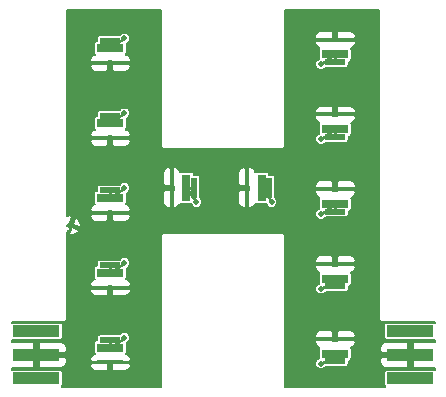
<source format=gtl>
G04 #@! TF.FileFunction,Copper,L1,Top,Signal*
%FSLAX46Y46*%
G04 Gerber Fmt 4.6, Leading zero omitted, Abs format (unit mm)*
G04 Created by KiCad (PCBNEW 4.0.0-rc2-stable) date 3/3/2016 4:04:38 PM*
%MOMM*%
G01*
G04 APERTURE LIST*
%ADD10C,0.150000*%
%ADD11R,1.800000X0.500000*%
%ADD12R,2.300000X0.320000*%
%ADD13R,2.300000X0.800000*%
%ADD14C,0.500000*%
%ADD15R,0.500000X1.800000*%
%ADD16R,0.320000X2.300000*%
%ADD17R,0.800000X2.300000*%
%ADD18R,4.000000X1.000000*%
%ADD19C,0.600000*%
%ADD20C,0.254000*%
%ADD21C,0.152400*%
G04 APERTURE END LIST*
D10*
D11*
X55269380Y-21595544D03*
D12*
X55269380Y-23495544D03*
D13*
X55269380Y-22245544D03*
D14*
X56469380Y-21395544D03*
D11*
X55269380Y-27931009D03*
D12*
X55269380Y-29831009D03*
D13*
X55269380Y-28581009D03*
D14*
X56469380Y-27731009D03*
D11*
X55269380Y-34266473D03*
D12*
X55269380Y-36166473D03*
D13*
X55269380Y-34916473D03*
D14*
X56469380Y-34066473D03*
D11*
X55269380Y-40601938D03*
D12*
X55269380Y-42501938D03*
D13*
X55269380Y-41251938D03*
D14*
X56469380Y-40401938D03*
D11*
X55269380Y-46937402D03*
D12*
X55269380Y-48837402D03*
D13*
X55269380Y-47587402D03*
D14*
X56469380Y-46737402D03*
D11*
X74314330Y-48737402D03*
D12*
X74314330Y-46837402D03*
D13*
X74314330Y-48087402D03*
D14*
X73114330Y-48937402D03*
D11*
X74314330Y-42401938D03*
D12*
X74314330Y-40501938D03*
D13*
X74314330Y-41751938D03*
D14*
X73114330Y-42601938D03*
D11*
X74314330Y-36066473D03*
D12*
X74314330Y-34166473D03*
D13*
X74314330Y-35416473D03*
D14*
X73114330Y-36266473D03*
D11*
X74314330Y-29731009D03*
D12*
X74314330Y-27831009D03*
D13*
X74314330Y-29081009D03*
D14*
X73114330Y-29931009D03*
D11*
X74314330Y-23395544D03*
D12*
X74314330Y-21495544D03*
D13*
X74314330Y-22745544D03*
D14*
X73114330Y-23595544D03*
D15*
X68725745Y-34058006D03*
D16*
X66825745Y-34058006D03*
D17*
X68075745Y-34058006D03*
D14*
X68925745Y-35258006D03*
D15*
X62369086Y-34058006D03*
D16*
X60469086Y-34058006D03*
D17*
X61719086Y-34058006D03*
D14*
X62569086Y-35258006D03*
D18*
X80684685Y-50192207D03*
X80684685Y-48192207D03*
X80684685Y-46192207D03*
D19*
X79684685Y-50192207D03*
X79684685Y-48192207D03*
X79684685Y-46192207D03*
D18*
X49020840Y-46192207D03*
X49020840Y-48192207D03*
X49020840Y-50192207D03*
D19*
X50020840Y-46192207D03*
X50020840Y-48192207D03*
X50020840Y-50192207D03*
D14*
X51922642Y-37230289D03*
D20*
X55270000Y-21600000D02*
X55270000Y-22250000D01*
X55270000Y-21600000D02*
X55270000Y-22250000D01*
X55270000Y-21600000D02*
X55270000Y-22250000D01*
X55270000Y-21600000D02*
X55270000Y-22250000D01*
X55270000Y-21600000D02*
X55270000Y-22250000D01*
X55270000Y-21600000D02*
X55270000Y-22250000D01*
X55270000Y-21600000D02*
X55270000Y-22250000D01*
X55270000Y-21600000D02*
X55270000Y-22250000D01*
X55270000Y-21600000D02*
X55270000Y-22250000D01*
X55270000Y-22250000D02*
X56470000Y-21400000D01*
X55270000Y-22250000D02*
X56470000Y-21400000D01*
X55270000Y-22250000D02*
X56470000Y-21400000D01*
X55270000Y-22250000D02*
X56470000Y-21400000D01*
X55270000Y-22250000D02*
X56470000Y-21400000D01*
X55270000Y-22250000D02*
X56470000Y-21400000D01*
X55270000Y-22250000D02*
X56470000Y-21400000D01*
X55270000Y-22250000D02*
X56470000Y-21400000D01*
X55270000Y-22250000D02*
X56470000Y-21400000D01*
X55270000Y-27930000D02*
X55270000Y-28580000D01*
X55270000Y-27930000D02*
X55270000Y-28580000D01*
X55270000Y-27930000D02*
X55270000Y-28580000D01*
X55270000Y-27930000D02*
X55270000Y-28580000D01*
X55270000Y-27930000D02*
X55270000Y-28580000D01*
X55270000Y-27930000D02*
X55270000Y-28580000D01*
X55270000Y-27930000D02*
X55270000Y-28580000D01*
X55270000Y-27930000D02*
X55270000Y-28580000D01*
X55270000Y-27930000D02*
X55270000Y-28580000D01*
X55270000Y-28580000D02*
X56470000Y-27730000D01*
X55270000Y-28580000D02*
X56470000Y-27730000D01*
X55270000Y-28580000D02*
X56470000Y-27730000D01*
X55270000Y-28580000D02*
X56470000Y-27730000D01*
X55270000Y-28580000D02*
X56470000Y-27730000D01*
X55270000Y-28580000D02*
X56470000Y-27730000D01*
X55270000Y-28580000D02*
X56470000Y-27730000D01*
X55270000Y-28580000D02*
X56470000Y-27730000D01*
X55270000Y-28580000D02*
X56470000Y-27730000D01*
X55270000Y-34270000D02*
X55270000Y-34920000D01*
X55270000Y-34270000D02*
X55270000Y-34920000D01*
X55270000Y-34270000D02*
X55270000Y-34920000D01*
X55270000Y-34270000D02*
X55270000Y-34920000D01*
X55270000Y-34270000D02*
X55270000Y-34920000D01*
X55270000Y-34270000D02*
X55270000Y-34920000D01*
X55270000Y-34270000D02*
X55270000Y-34920000D01*
X55270000Y-34270000D02*
X55270000Y-34920000D01*
X55270000Y-34270000D02*
X55270000Y-34920000D01*
X55270000Y-34920000D02*
X56470000Y-34070000D01*
X55270000Y-34920000D02*
X56470000Y-34070000D01*
X55270000Y-34920000D02*
X56470000Y-34070000D01*
X55270000Y-34920000D02*
X56470000Y-34070000D01*
X55270000Y-34920000D02*
X56470000Y-34070000D01*
X55270000Y-34920000D02*
X56470000Y-34070000D01*
X55270000Y-34920000D02*
X56470000Y-34070000D01*
X55270000Y-34920000D02*
X56470000Y-34070000D01*
X55270000Y-34920000D02*
X56470000Y-34070000D01*
X55270000Y-40600000D02*
X55270000Y-41250000D01*
X55270000Y-40600000D02*
X55270000Y-41250000D01*
X55270000Y-40600000D02*
X55270000Y-41250000D01*
X55270000Y-40600000D02*
X55270000Y-41250000D01*
X55270000Y-40600000D02*
X55270000Y-41250000D01*
X55270000Y-40600000D02*
X55270000Y-41250000D01*
X55270000Y-40600000D02*
X55270000Y-41250000D01*
X55270000Y-40600000D02*
X55270000Y-41250000D01*
X55270000Y-40600000D02*
X55270000Y-41250000D01*
X55270000Y-41250000D02*
X56470000Y-40400000D01*
X55270000Y-41250000D02*
X56470000Y-40400000D01*
X55270000Y-41250000D02*
X56470000Y-40400000D01*
X55270000Y-41250000D02*
X56470000Y-40400000D01*
X55270000Y-41250000D02*
X56470000Y-40400000D01*
X55270000Y-41250000D02*
X56470000Y-40400000D01*
X55270000Y-41250000D02*
X56470000Y-40400000D01*
X55270000Y-41250000D02*
X56470000Y-40400000D01*
X55270000Y-41250000D02*
X56470000Y-40400000D01*
X55270000Y-46940000D02*
X55270000Y-47590000D01*
X55270000Y-46940000D02*
X55270000Y-47590000D01*
X55270000Y-46940000D02*
X55270000Y-47590000D01*
X55270000Y-46940000D02*
X55270000Y-47590000D01*
X55270000Y-46940000D02*
X55270000Y-47590000D01*
X55270000Y-46940000D02*
X55270000Y-47590000D01*
X55270000Y-46940000D02*
X55270000Y-47590000D01*
X55270000Y-46940000D02*
X55270000Y-47590000D01*
X55270000Y-46940000D02*
X55270000Y-47590000D01*
X55270000Y-47590000D02*
X56470000Y-46740000D01*
X55270000Y-47590000D02*
X56470000Y-46740000D01*
X55270000Y-47590000D02*
X56470000Y-46740000D01*
X55270000Y-47590000D02*
X56470000Y-46740000D01*
X55270000Y-47590000D02*
X56470000Y-46740000D01*
X55270000Y-47590000D02*
X56470000Y-46740000D01*
X55270000Y-47590000D02*
X56470000Y-46740000D01*
X55270000Y-47590000D02*
X56470000Y-46740000D01*
X55270000Y-47590000D02*
X56470000Y-46740000D01*
X74310000Y-48740000D02*
X74310000Y-48090000D01*
X74310000Y-48740000D02*
X74310000Y-48090000D01*
X74310000Y-48740000D02*
X74310000Y-48090000D01*
X74310000Y-48740000D02*
X74310000Y-48090000D01*
X74310000Y-48740000D02*
X74310000Y-48090000D01*
X74310000Y-48740000D02*
X74310000Y-48090000D01*
X74310000Y-48740000D02*
X74310000Y-48090000D01*
X74310000Y-48740000D02*
X74310000Y-48090000D01*
X74310000Y-48740000D02*
X74310000Y-48090000D01*
X74310000Y-48090000D02*
X73110000Y-48940000D01*
X74310000Y-48090000D02*
X73110000Y-48940000D01*
X74310000Y-48090000D02*
X73110000Y-48940000D01*
X74310000Y-48090000D02*
X73110000Y-48940000D01*
X74310000Y-48090000D02*
X73110000Y-48940000D01*
X74310000Y-48090000D02*
X73110000Y-48940000D01*
X74310000Y-48090000D02*
X73110000Y-48940000D01*
X74310000Y-48090000D02*
X73110000Y-48940000D01*
X74310000Y-48090000D02*
X73110000Y-48940000D01*
X74310000Y-42400000D02*
X74310000Y-41750000D01*
X74310000Y-42400000D02*
X74310000Y-41750000D01*
X74310000Y-42400000D02*
X74310000Y-41750000D01*
X74310000Y-42400000D02*
X74310000Y-41750000D01*
X74310000Y-42400000D02*
X74310000Y-41750000D01*
X74310000Y-42400000D02*
X74310000Y-41750000D01*
X74310000Y-42400000D02*
X74310000Y-41750000D01*
X74310000Y-42400000D02*
X74310000Y-41750000D01*
X74310000Y-42400000D02*
X74310000Y-41750000D01*
X74310000Y-41750000D02*
X73110000Y-42600000D01*
X74310000Y-41750000D02*
X73110000Y-42600000D01*
X74310000Y-41750000D02*
X73110000Y-42600000D01*
X74310000Y-41750000D02*
X73110000Y-42600000D01*
X74310000Y-41750000D02*
X73110000Y-42600000D01*
X74310000Y-41750000D02*
X73110000Y-42600000D01*
X74310000Y-41750000D02*
X73110000Y-42600000D01*
X74310000Y-41750000D02*
X73110000Y-42600000D01*
X74310000Y-41750000D02*
X73110000Y-42600000D01*
X74310000Y-36070000D02*
X74310000Y-35420000D01*
X74310000Y-36070000D02*
X74310000Y-35420000D01*
X74310000Y-36070000D02*
X74310000Y-35420000D01*
X74310000Y-36070000D02*
X74310000Y-35420000D01*
X74310000Y-36070000D02*
X74310000Y-35420000D01*
X74310000Y-36070000D02*
X74310000Y-35420000D01*
X74310000Y-36070000D02*
X74310000Y-35420000D01*
X74310000Y-36070000D02*
X74310000Y-35420000D01*
X74310000Y-36070000D02*
X74310000Y-35420000D01*
X74310000Y-35420000D02*
X73110000Y-36270000D01*
X74310000Y-35420000D02*
X73110000Y-36270000D01*
X74310000Y-35420000D02*
X73110000Y-36270000D01*
X74310000Y-35420000D02*
X73110000Y-36270000D01*
X74310000Y-35420000D02*
X73110000Y-36270000D01*
X74310000Y-35420000D02*
X73110000Y-36270000D01*
X74310000Y-35420000D02*
X73110000Y-36270000D01*
X74310000Y-35420000D02*
X73110000Y-36270000D01*
X74310000Y-35420000D02*
X73110000Y-36270000D01*
X74310000Y-29730000D02*
X74310000Y-29080000D01*
X74310000Y-29730000D02*
X74310000Y-29080000D01*
X74310000Y-29730000D02*
X74310000Y-29080000D01*
X74310000Y-29730000D02*
X74310000Y-29080000D01*
X74310000Y-29730000D02*
X74310000Y-29080000D01*
X74310000Y-29730000D02*
X74310000Y-29080000D01*
X74310000Y-29730000D02*
X74310000Y-29080000D01*
X74310000Y-29730000D02*
X74310000Y-29080000D01*
X74310000Y-29730000D02*
X74310000Y-29080000D01*
X74310000Y-29080000D02*
X73110000Y-29930000D01*
X74310000Y-29080000D02*
X73110000Y-29930000D01*
X74310000Y-29080000D02*
X73110000Y-29930000D01*
X74310000Y-29080000D02*
X73110000Y-29930000D01*
X74310000Y-29080000D02*
X73110000Y-29930000D01*
X74310000Y-29080000D02*
X73110000Y-29930000D01*
X74310000Y-29080000D02*
X73110000Y-29930000D01*
X74310000Y-29080000D02*
X73110000Y-29930000D01*
X74310000Y-29080000D02*
X73110000Y-29930000D01*
X74310000Y-23400000D02*
X74310000Y-22750000D01*
X74310000Y-23400000D02*
X74310000Y-22750000D01*
X74310000Y-23400000D02*
X74310000Y-22750000D01*
X74310000Y-23400000D02*
X74310000Y-22750000D01*
X74310000Y-23400000D02*
X74310000Y-22750000D01*
X74310000Y-23400000D02*
X74310000Y-22750000D01*
X74310000Y-23400000D02*
X74310000Y-22750000D01*
X74310000Y-23400000D02*
X74310000Y-22750000D01*
X74310000Y-23400000D02*
X74310000Y-22750000D01*
X74310000Y-22750000D02*
X73110000Y-23600000D01*
X74310000Y-22750000D02*
X73110000Y-23600000D01*
X74310000Y-22750000D02*
X73110000Y-23600000D01*
X74310000Y-22750000D02*
X73110000Y-23600000D01*
X74310000Y-22750000D02*
X73110000Y-23600000D01*
X74310000Y-22750000D02*
X73110000Y-23600000D01*
X74310000Y-22750000D02*
X73110000Y-23600000D01*
X74310000Y-22750000D02*
X73110000Y-23600000D01*
X74310000Y-22750000D02*
X73110000Y-23600000D01*
X68730000Y-34060000D02*
X68080000Y-34060000D01*
X68730000Y-34060000D02*
X68080000Y-34060000D01*
X68730000Y-34060000D02*
X68080000Y-34060000D01*
X68730000Y-34060000D02*
X68080000Y-34060000D01*
X68730000Y-34060000D02*
X68080000Y-34060000D01*
X68730000Y-34060000D02*
X68080000Y-34060000D01*
X68730000Y-34060000D02*
X68080000Y-34060000D01*
X68730000Y-34060000D02*
X68080000Y-34060000D01*
X68730000Y-34060000D02*
X68080000Y-34060000D01*
X68080000Y-34060000D02*
X68930000Y-35260000D01*
X68080000Y-34060000D02*
X68930000Y-35260000D01*
X68080000Y-34060000D02*
X68930000Y-35260000D01*
X68080000Y-34060000D02*
X68930000Y-35260000D01*
X68080000Y-34060000D02*
X68930000Y-35260000D01*
X68080000Y-34060000D02*
X68930000Y-35260000D01*
X68080000Y-34060000D02*
X68930000Y-35260000D01*
X68080000Y-34060000D02*
X68930000Y-35260000D01*
X68080000Y-34060000D02*
X68930000Y-35260000D01*
X62370000Y-34060000D02*
X61720000Y-34060000D01*
X62370000Y-34060000D02*
X61720000Y-34060000D01*
X62370000Y-34060000D02*
X61720000Y-34060000D01*
X62370000Y-34060000D02*
X61720000Y-34060000D01*
X62370000Y-34060000D02*
X61720000Y-34060000D01*
X62370000Y-34060000D02*
X61720000Y-34060000D01*
X62370000Y-34060000D02*
X61720000Y-34060000D01*
X62370000Y-34060000D02*
X61720000Y-34060000D01*
X62370000Y-34060000D02*
X61720000Y-34060000D01*
X61720000Y-34060000D02*
X62570000Y-35260000D01*
X61720000Y-34060000D02*
X62570000Y-35260000D01*
X61720000Y-34060000D02*
X62570000Y-35260000D01*
X61720000Y-34060000D02*
X62570000Y-35260000D01*
X61720000Y-34060000D02*
X62570000Y-35260000D01*
X61720000Y-34060000D02*
X62570000Y-35260000D01*
X61720000Y-34060000D02*
X62570000Y-35260000D01*
X61720000Y-34060000D02*
X62570000Y-35260000D01*
X61720000Y-34060000D02*
X62570000Y-35260000D01*
D21*
G36*
X59531400Y-30490000D02*
X59552607Y-30596616D01*
X59613000Y-30687000D01*
X59703384Y-30747393D01*
X59810000Y-30768600D01*
X69820000Y-30768600D01*
X69926616Y-30747393D01*
X70017000Y-30687000D01*
X70077393Y-30596616D01*
X70098600Y-30490000D01*
X70098600Y-28057059D01*
X72580130Y-28057059D01*
X72580130Y-28107214D01*
X72669069Y-28321932D01*
X72833408Y-28486270D01*
X72979398Y-28546741D01*
X72949615Y-28590329D01*
X72931252Y-28681009D01*
X72931252Y-29481009D01*
X72932614Y-29488247D01*
X72843579Y-29525035D01*
X72708830Y-29659550D01*
X72635814Y-29835392D01*
X72635647Y-30025791D01*
X72708356Y-30201760D01*
X72842871Y-30336509D01*
X73018713Y-30409525D01*
X73209112Y-30409692D01*
X73385081Y-30336983D01*
X73508191Y-30214087D01*
X75214330Y-30214087D01*
X75299044Y-30198147D01*
X75376848Y-30148081D01*
X75429045Y-30071689D01*
X75447408Y-29981009D01*
X75447408Y-29714087D01*
X75464330Y-29714087D01*
X75549044Y-29698147D01*
X75626848Y-29648081D01*
X75679045Y-29571689D01*
X75697408Y-29481009D01*
X75697408Y-28681009D01*
X75681468Y-28596295D01*
X75649513Y-28546637D01*
X75795252Y-28486270D01*
X75959591Y-28321932D01*
X76048530Y-28107214D01*
X76048530Y-28057059D01*
X75902480Y-27911009D01*
X74492130Y-27911009D01*
X74492130Y-27991009D01*
X74136530Y-27991009D01*
X74136530Y-27911009D01*
X72726180Y-27911009D01*
X72580130Y-28057059D01*
X70098600Y-28057059D01*
X70098600Y-27554804D01*
X72580130Y-27554804D01*
X72580130Y-27604959D01*
X72726180Y-27751009D01*
X74136530Y-27751009D01*
X74136530Y-27232859D01*
X74492130Y-27232859D01*
X74492130Y-27751009D01*
X75902480Y-27751009D01*
X76048530Y-27604959D01*
X76048530Y-27554804D01*
X75959591Y-27340086D01*
X75795252Y-27175748D01*
X75580534Y-27086809D01*
X74638180Y-27086809D01*
X74492130Y-27232859D01*
X74136530Y-27232859D01*
X73990480Y-27086809D01*
X73048126Y-27086809D01*
X72833408Y-27175748D01*
X72669069Y-27340086D01*
X72580130Y-27554804D01*
X70098600Y-27554804D01*
X70098600Y-21721594D01*
X72580130Y-21721594D01*
X72580130Y-21771749D01*
X72669069Y-21986467D01*
X72833408Y-22150805D01*
X72979398Y-22211276D01*
X72949615Y-22254864D01*
X72931252Y-22345544D01*
X72931252Y-23145544D01*
X72932614Y-23152782D01*
X72843579Y-23189570D01*
X72708830Y-23324085D01*
X72635814Y-23499927D01*
X72635647Y-23690326D01*
X72708356Y-23866295D01*
X72842871Y-24001044D01*
X73018713Y-24074060D01*
X73209112Y-24074227D01*
X73385081Y-24001518D01*
X73508191Y-23878622D01*
X75214330Y-23878622D01*
X75299044Y-23862682D01*
X75376848Y-23812616D01*
X75429045Y-23736224D01*
X75447408Y-23645544D01*
X75447408Y-23378622D01*
X75464330Y-23378622D01*
X75549044Y-23362682D01*
X75626848Y-23312616D01*
X75679045Y-23236224D01*
X75697408Y-23145544D01*
X75697408Y-22345544D01*
X75681468Y-22260830D01*
X75649513Y-22211172D01*
X75795252Y-22150805D01*
X75959591Y-21986467D01*
X76048530Y-21771749D01*
X76048530Y-21721594D01*
X75902480Y-21575544D01*
X74492130Y-21575544D01*
X74492130Y-21655544D01*
X74136530Y-21655544D01*
X74136530Y-21575544D01*
X72726180Y-21575544D01*
X72580130Y-21721594D01*
X70098600Y-21721594D01*
X70098600Y-21219339D01*
X72580130Y-21219339D01*
X72580130Y-21269494D01*
X72726180Y-21415544D01*
X74136530Y-21415544D01*
X74136530Y-20897394D01*
X74492130Y-20897394D01*
X74492130Y-21415544D01*
X75902480Y-21415544D01*
X76048530Y-21269494D01*
X76048530Y-21219339D01*
X75959591Y-21004621D01*
X75795252Y-20840283D01*
X75580534Y-20751344D01*
X74638180Y-20751344D01*
X74492130Y-20897394D01*
X74136530Y-20897394D01*
X73990480Y-20751344D01*
X73048126Y-20751344D01*
X72833408Y-20840283D01*
X72669069Y-21004621D01*
X72580130Y-21219339D01*
X70098600Y-21219339D01*
X70098600Y-18998600D01*
X78021400Y-18998600D01*
X78021400Y-45150000D01*
X78042607Y-45256616D01*
X78103000Y-45347000D01*
X78193384Y-45407393D01*
X78300000Y-45428600D01*
X82721400Y-45428600D01*
X82721400Y-45466564D01*
X82684685Y-45459129D01*
X78684685Y-45459129D01*
X78599971Y-45475069D01*
X78522167Y-45525135D01*
X78469970Y-45601527D01*
X78451607Y-45692207D01*
X78451607Y-46692207D01*
X78467547Y-46776921D01*
X78517613Y-46854725D01*
X78594005Y-46906922D01*
X78684685Y-46925285D01*
X82684685Y-46925285D01*
X82721400Y-46918377D01*
X82721400Y-47108007D01*
X81008535Y-47108007D01*
X80862485Y-47254057D01*
X80862485Y-48014407D01*
X80882485Y-48014407D01*
X80882485Y-48370007D01*
X80862485Y-48370007D01*
X80862485Y-49130357D01*
X81008535Y-49276407D01*
X82721400Y-49276407D01*
X82721400Y-49466564D01*
X82684685Y-49459129D01*
X78684685Y-49459129D01*
X78599971Y-49475069D01*
X78522167Y-49525135D01*
X78469970Y-49601527D01*
X78451607Y-49692207D01*
X78451607Y-50692207D01*
X78467547Y-50776921D01*
X78517613Y-50854725D01*
X78542017Y-50871400D01*
X78300000Y-50871400D01*
X78249726Y-50881400D01*
X70098600Y-50881400D01*
X70098600Y-47063452D01*
X72580130Y-47063452D01*
X72580130Y-47113607D01*
X72669069Y-47328325D01*
X72833408Y-47492663D01*
X72979398Y-47553134D01*
X72949615Y-47596722D01*
X72931252Y-47687402D01*
X72931252Y-48487402D01*
X72932614Y-48494640D01*
X72843579Y-48531428D01*
X72708830Y-48665943D01*
X72635814Y-48841785D01*
X72635647Y-49032184D01*
X72708356Y-49208153D01*
X72842871Y-49342902D01*
X73018713Y-49415918D01*
X73209112Y-49416085D01*
X73385081Y-49343376D01*
X73508191Y-49220480D01*
X75214330Y-49220480D01*
X75299044Y-49204540D01*
X75376848Y-49154474D01*
X75429045Y-49078082D01*
X75447408Y-48987402D01*
X75447408Y-48720480D01*
X75464330Y-48720480D01*
X75549044Y-48704540D01*
X75626848Y-48654474D01*
X75679045Y-48578082D01*
X75697408Y-48487402D01*
X75697408Y-47687402D01*
X75681468Y-47602688D01*
X75664296Y-47576002D01*
X78100485Y-47576002D01*
X78100485Y-47868357D01*
X78246535Y-48014407D01*
X78816765Y-48014407D01*
X78785273Y-48130540D01*
X78816067Y-48370007D01*
X78246535Y-48370007D01*
X78100485Y-48516057D01*
X78100485Y-48808412D01*
X78189424Y-49023130D01*
X78353763Y-49187468D01*
X78568481Y-49276407D01*
X80360835Y-49276407D01*
X80506885Y-49130357D01*
X80506885Y-48538605D01*
X80584097Y-48253874D01*
X80539232Y-47904990D01*
X80506885Y-47826897D01*
X80506885Y-47254057D01*
X80360835Y-47108007D01*
X78568481Y-47108007D01*
X78353763Y-47196946D01*
X78189424Y-47361284D01*
X78100485Y-47576002D01*
X75664296Y-47576002D01*
X75649513Y-47553030D01*
X75795252Y-47492663D01*
X75959591Y-47328325D01*
X76048530Y-47113607D01*
X76048530Y-47063452D01*
X75902480Y-46917402D01*
X74492130Y-46917402D01*
X74492130Y-46997402D01*
X74136530Y-46997402D01*
X74136530Y-46917402D01*
X72726180Y-46917402D01*
X72580130Y-47063452D01*
X70098600Y-47063452D01*
X70098600Y-46561197D01*
X72580130Y-46561197D01*
X72580130Y-46611352D01*
X72726180Y-46757402D01*
X74136530Y-46757402D01*
X74136530Y-46239252D01*
X74492130Y-46239252D01*
X74492130Y-46757402D01*
X75902480Y-46757402D01*
X76048530Y-46611352D01*
X76048530Y-46561197D01*
X75959591Y-46346479D01*
X75795252Y-46182141D01*
X75580534Y-46093202D01*
X74638180Y-46093202D01*
X74492130Y-46239252D01*
X74136530Y-46239252D01*
X73990480Y-46093202D01*
X73048126Y-46093202D01*
X72833408Y-46182141D01*
X72669069Y-46346479D01*
X72580130Y-46561197D01*
X70098600Y-46561197D01*
X70098600Y-40727988D01*
X72580130Y-40727988D01*
X72580130Y-40778143D01*
X72669069Y-40992861D01*
X72833408Y-41157199D01*
X72979398Y-41217670D01*
X72949615Y-41261258D01*
X72931252Y-41351938D01*
X72931252Y-42151938D01*
X72932614Y-42159176D01*
X72843579Y-42195964D01*
X72708830Y-42330479D01*
X72635814Y-42506321D01*
X72635647Y-42696720D01*
X72708356Y-42872689D01*
X72842871Y-43007438D01*
X73018713Y-43080454D01*
X73209112Y-43080621D01*
X73385081Y-43007912D01*
X73508191Y-42885016D01*
X75214330Y-42885016D01*
X75299044Y-42869076D01*
X75376848Y-42819010D01*
X75429045Y-42742618D01*
X75447408Y-42651938D01*
X75447408Y-42385016D01*
X75464330Y-42385016D01*
X75549044Y-42369076D01*
X75626848Y-42319010D01*
X75679045Y-42242618D01*
X75697408Y-42151938D01*
X75697408Y-41351938D01*
X75681468Y-41267224D01*
X75649513Y-41217566D01*
X75795252Y-41157199D01*
X75959591Y-40992861D01*
X76048530Y-40778143D01*
X76048530Y-40727988D01*
X75902480Y-40581938D01*
X74492130Y-40581938D01*
X74492130Y-40661938D01*
X74136530Y-40661938D01*
X74136530Y-40581938D01*
X72726180Y-40581938D01*
X72580130Y-40727988D01*
X70098600Y-40727988D01*
X70098600Y-40225733D01*
X72580130Y-40225733D01*
X72580130Y-40275888D01*
X72726180Y-40421938D01*
X74136530Y-40421938D01*
X74136530Y-39903788D01*
X74492130Y-39903788D01*
X74492130Y-40421938D01*
X75902480Y-40421938D01*
X76048530Y-40275888D01*
X76048530Y-40225733D01*
X75959591Y-40011015D01*
X75795252Y-39846677D01*
X75580534Y-39757738D01*
X74638180Y-39757738D01*
X74492130Y-39903788D01*
X74136530Y-39903788D01*
X73990480Y-39757738D01*
X73048126Y-39757738D01*
X72833408Y-39846677D01*
X72669069Y-40011015D01*
X72580130Y-40225733D01*
X70098600Y-40225733D01*
X70098600Y-38140000D01*
X70077393Y-38033384D01*
X70017000Y-37943000D01*
X69926616Y-37882607D01*
X69820000Y-37861400D01*
X59810000Y-37861400D01*
X59703384Y-37882607D01*
X59613000Y-37943000D01*
X59552607Y-38033384D01*
X59531400Y-38140000D01*
X59531400Y-50881400D01*
X51380274Y-50881400D01*
X51330000Y-50871400D01*
X51164522Y-50871400D01*
X51183358Y-50859279D01*
X51235555Y-50782887D01*
X51253918Y-50692207D01*
X51253918Y-49692207D01*
X51237978Y-49607493D01*
X51187912Y-49529689D01*
X51111520Y-49477492D01*
X51020840Y-49459129D01*
X47020840Y-49459129D01*
X46936126Y-49475069D01*
X46908600Y-49492782D01*
X46908600Y-49276407D01*
X48696990Y-49276407D01*
X48843040Y-49130357D01*
X48843040Y-48370007D01*
X48823040Y-48370007D01*
X48823040Y-48130540D01*
X49121428Y-48130540D01*
X49166293Y-48479424D01*
X49198640Y-48557517D01*
X49198640Y-49130357D01*
X49344690Y-49276407D01*
X51137044Y-49276407D01*
X51351762Y-49187468D01*
X51475778Y-49063452D01*
X53535180Y-49063452D01*
X53535180Y-49113607D01*
X53624119Y-49328325D01*
X53788458Y-49492663D01*
X54003176Y-49581602D01*
X54945530Y-49581602D01*
X55091580Y-49435552D01*
X55091580Y-48917402D01*
X55447180Y-48917402D01*
X55447180Y-49435552D01*
X55593230Y-49581602D01*
X56535584Y-49581602D01*
X56750302Y-49492663D01*
X56914641Y-49328325D01*
X57003580Y-49113607D01*
X57003580Y-49063452D01*
X56857530Y-48917402D01*
X55447180Y-48917402D01*
X55091580Y-48917402D01*
X53681230Y-48917402D01*
X53535180Y-49063452D01*
X51475778Y-49063452D01*
X51516101Y-49023130D01*
X51605040Y-48808412D01*
X51605040Y-48561197D01*
X53535180Y-48561197D01*
X53535180Y-48611352D01*
X53681230Y-48757402D01*
X55091580Y-48757402D01*
X55091580Y-48677402D01*
X55447180Y-48677402D01*
X55447180Y-48757402D01*
X56857530Y-48757402D01*
X57003580Y-48611352D01*
X57003580Y-48561197D01*
X56914641Y-48346479D01*
X56750302Y-48182141D01*
X56604312Y-48121670D01*
X56634095Y-48078082D01*
X56652458Y-47987402D01*
X56652458Y-47187402D01*
X56651096Y-47180164D01*
X56740131Y-47143376D01*
X56874880Y-47008861D01*
X56947896Y-46833019D01*
X56948063Y-46642620D01*
X56875354Y-46466651D01*
X56740839Y-46331902D01*
X56564997Y-46258886D01*
X56374598Y-46258719D01*
X56198629Y-46331428D01*
X56075519Y-46454324D01*
X54369380Y-46454324D01*
X54284666Y-46470264D01*
X54206862Y-46520330D01*
X54154665Y-46596722D01*
X54136302Y-46687402D01*
X54136302Y-46954324D01*
X54119380Y-46954324D01*
X54034666Y-46970264D01*
X53956862Y-47020330D01*
X53904665Y-47096722D01*
X53886302Y-47187402D01*
X53886302Y-47987402D01*
X53902242Y-48072116D01*
X53934197Y-48121774D01*
X53788458Y-48182141D01*
X53624119Y-48346479D01*
X53535180Y-48561197D01*
X51605040Y-48561197D01*
X51605040Y-48516057D01*
X51458990Y-48370007D01*
X50888760Y-48370007D01*
X50920252Y-48253874D01*
X50889458Y-48014407D01*
X51458990Y-48014407D01*
X51605040Y-47868357D01*
X51605040Y-47576002D01*
X51516101Y-47361284D01*
X51351762Y-47196946D01*
X51137044Y-47108007D01*
X49344690Y-47108007D01*
X49198640Y-47254057D01*
X49198640Y-47845809D01*
X49121428Y-48130540D01*
X48823040Y-48130540D01*
X48823040Y-48014407D01*
X48843040Y-48014407D01*
X48843040Y-47254057D01*
X48696990Y-47108007D01*
X46908600Y-47108007D01*
X46908600Y-46892191D01*
X46930160Y-46906922D01*
X47020840Y-46925285D01*
X51020840Y-46925285D01*
X51105554Y-46909345D01*
X51183358Y-46859279D01*
X51235555Y-46782887D01*
X51253918Y-46692207D01*
X51253918Y-45692207D01*
X51237978Y-45607493D01*
X51187912Y-45529689D01*
X51111520Y-45477492D01*
X51020840Y-45459129D01*
X47020840Y-45459129D01*
X46936126Y-45475069D01*
X46908600Y-45492782D01*
X46908600Y-45428600D01*
X51330000Y-45428600D01*
X51436616Y-45407393D01*
X51527000Y-45347000D01*
X51587393Y-45256616D01*
X51608600Y-45150000D01*
X51608600Y-42727988D01*
X53535180Y-42727988D01*
X53535180Y-42778143D01*
X53624119Y-42992861D01*
X53788458Y-43157199D01*
X54003176Y-43246138D01*
X54945530Y-43246138D01*
X55091580Y-43100088D01*
X55091580Y-42581938D01*
X55447180Y-42581938D01*
X55447180Y-43100088D01*
X55593230Y-43246138D01*
X56535584Y-43246138D01*
X56750302Y-43157199D01*
X56914641Y-42992861D01*
X57003580Y-42778143D01*
X57003580Y-42727988D01*
X56857530Y-42581938D01*
X55447180Y-42581938D01*
X55091580Y-42581938D01*
X53681230Y-42581938D01*
X53535180Y-42727988D01*
X51608600Y-42727988D01*
X51608600Y-42225733D01*
X53535180Y-42225733D01*
X53535180Y-42275888D01*
X53681230Y-42421938D01*
X55091580Y-42421938D01*
X55091580Y-42341938D01*
X55447180Y-42341938D01*
X55447180Y-42421938D01*
X56857530Y-42421938D01*
X57003580Y-42275888D01*
X57003580Y-42225733D01*
X56914641Y-42011015D01*
X56750302Y-41846677D01*
X56604312Y-41786206D01*
X56634095Y-41742618D01*
X56652458Y-41651938D01*
X56652458Y-40851938D01*
X56651096Y-40844700D01*
X56740131Y-40807912D01*
X56874880Y-40673397D01*
X56947896Y-40497555D01*
X56948063Y-40307156D01*
X56875354Y-40131187D01*
X56740839Y-39996438D01*
X56564997Y-39923422D01*
X56374598Y-39923255D01*
X56198629Y-39995964D01*
X56075519Y-40118860D01*
X54369380Y-40118860D01*
X54284666Y-40134800D01*
X54206862Y-40184866D01*
X54154665Y-40261258D01*
X54136302Y-40351938D01*
X54136302Y-40618860D01*
X54119380Y-40618860D01*
X54034666Y-40634800D01*
X53956862Y-40684866D01*
X53904665Y-40761258D01*
X53886302Y-40851938D01*
X53886302Y-41651938D01*
X53902242Y-41736652D01*
X53934197Y-41786310D01*
X53788458Y-41846677D01*
X53624119Y-42011015D01*
X53535180Y-42225733D01*
X51608600Y-42225733D01*
X51608600Y-37922350D01*
X51790878Y-37922350D01*
X51869993Y-38079202D01*
X52198866Y-38034730D01*
X52485685Y-37867789D01*
X52588736Y-37759197D01*
X52525111Y-37595448D01*
X51994544Y-37391783D01*
X51790878Y-37922350D01*
X51608600Y-37922350D01*
X51608600Y-37795781D01*
X51908501Y-37495880D01*
X51748295Y-37335674D01*
X51761148Y-37302191D01*
X51685944Y-37273323D01*
X51657051Y-37244430D01*
X51644187Y-37257294D01*
X51608600Y-37243633D01*
X51608600Y-37167697D01*
X51657051Y-37216148D01*
X51714812Y-37158387D01*
X52084136Y-37158387D01*
X52614703Y-37362053D01*
X52771555Y-37282938D01*
X52727083Y-36954065D01*
X52560142Y-36667246D01*
X52451550Y-36564195D01*
X52287801Y-36627820D01*
X52084136Y-37158387D01*
X51714812Y-37158387D01*
X51817257Y-37055942D01*
X51850740Y-37068795D01*
X51879608Y-36993591D01*
X51908501Y-36964698D01*
X51895637Y-36951834D01*
X52054406Y-36538228D01*
X51980914Y-36392523D01*
X53535180Y-36392523D01*
X53535180Y-36442678D01*
X53624119Y-36657396D01*
X53788458Y-36821734D01*
X54003176Y-36910673D01*
X54945530Y-36910673D01*
X55091580Y-36764623D01*
X55091580Y-36246473D01*
X55447180Y-36246473D01*
X55447180Y-36764623D01*
X55593230Y-36910673D01*
X56535584Y-36910673D01*
X56750302Y-36821734D01*
X56914641Y-36657396D01*
X57003580Y-36442678D01*
X57003580Y-36392523D01*
X56857530Y-36246473D01*
X55447180Y-36246473D01*
X55091580Y-36246473D01*
X53681230Y-36246473D01*
X53535180Y-36392523D01*
X51980914Y-36392523D01*
X51975291Y-36381376D01*
X51646418Y-36425848D01*
X51608600Y-36447860D01*
X51608600Y-35890268D01*
X53535180Y-35890268D01*
X53535180Y-35940423D01*
X53681230Y-36086473D01*
X55091580Y-36086473D01*
X55091580Y-36006473D01*
X55447180Y-36006473D01*
X55447180Y-36086473D01*
X56857530Y-36086473D01*
X57003580Y-35940423D01*
X57003580Y-35890268D01*
X56914641Y-35675550D01*
X56750302Y-35511212D01*
X56604312Y-35450741D01*
X56634095Y-35407153D01*
X56652458Y-35316473D01*
X56652458Y-34516473D01*
X56651096Y-34509235D01*
X56740131Y-34472447D01*
X56830879Y-34381856D01*
X59724886Y-34381856D01*
X59724886Y-35324210D01*
X59813825Y-35538928D01*
X59978163Y-35703267D01*
X60192881Y-35792206D01*
X60243036Y-35792206D01*
X60389086Y-35646156D01*
X60389086Y-34235806D01*
X59870936Y-34235806D01*
X59724886Y-34381856D01*
X56830879Y-34381856D01*
X56874880Y-34337932D01*
X56947896Y-34162090D01*
X56948063Y-33971691D01*
X56875354Y-33795722D01*
X56740839Y-33660973D01*
X56564997Y-33587957D01*
X56374598Y-33587790D01*
X56198629Y-33660499D01*
X56075519Y-33783395D01*
X54369380Y-33783395D01*
X54284666Y-33799335D01*
X54206862Y-33849401D01*
X54154665Y-33925793D01*
X54136302Y-34016473D01*
X54136302Y-34283395D01*
X54119380Y-34283395D01*
X54034666Y-34299335D01*
X53956862Y-34349401D01*
X53904665Y-34425793D01*
X53886302Y-34516473D01*
X53886302Y-35316473D01*
X53902242Y-35401187D01*
X53934197Y-35450845D01*
X53788458Y-35511212D01*
X53624119Y-35675550D01*
X53535180Y-35890268D01*
X51608600Y-35890268D01*
X51608600Y-32791802D01*
X59724886Y-32791802D01*
X59724886Y-33734156D01*
X59870936Y-33880206D01*
X60389086Y-33880206D01*
X60389086Y-32469856D01*
X60549086Y-32469856D01*
X60549086Y-33880206D01*
X60629086Y-33880206D01*
X60629086Y-34235806D01*
X60549086Y-34235806D01*
X60549086Y-35646156D01*
X60695136Y-35792206D01*
X60745291Y-35792206D01*
X60960009Y-35703267D01*
X61124347Y-35538928D01*
X61184818Y-35392938D01*
X61228406Y-35422721D01*
X61319086Y-35441084D01*
X62119086Y-35441084D01*
X62126324Y-35439722D01*
X62163112Y-35528757D01*
X62297627Y-35663506D01*
X62473469Y-35736522D01*
X62663868Y-35736689D01*
X62839837Y-35663980D01*
X62974586Y-35529465D01*
X63047602Y-35353623D01*
X63047769Y-35163224D01*
X62975060Y-34987255D01*
X62852164Y-34864145D01*
X62852164Y-34381856D01*
X66081545Y-34381856D01*
X66081545Y-35324210D01*
X66170484Y-35538928D01*
X66334822Y-35703267D01*
X66549540Y-35792206D01*
X66599695Y-35792206D01*
X66745745Y-35646156D01*
X66745745Y-34235806D01*
X66227595Y-34235806D01*
X66081545Y-34381856D01*
X62852164Y-34381856D01*
X62852164Y-33158006D01*
X62836224Y-33073292D01*
X62786158Y-32995488D01*
X62709766Y-32943291D01*
X62619086Y-32924928D01*
X62352164Y-32924928D01*
X62352164Y-32908006D01*
X62336224Y-32823292D01*
X62315961Y-32791802D01*
X66081545Y-32791802D01*
X66081545Y-33734156D01*
X66227595Y-33880206D01*
X66745745Y-33880206D01*
X66745745Y-32469856D01*
X66905745Y-32469856D01*
X66905745Y-33880206D01*
X66985745Y-33880206D01*
X66985745Y-34235806D01*
X66905745Y-34235806D01*
X66905745Y-35646156D01*
X67051795Y-35792206D01*
X67101950Y-35792206D01*
X67316668Y-35703267D01*
X67481006Y-35538928D01*
X67541477Y-35392938D01*
X67585065Y-35422721D01*
X67675745Y-35441084D01*
X68475745Y-35441084D01*
X68482983Y-35439722D01*
X68519771Y-35528757D01*
X68654286Y-35663506D01*
X68830128Y-35736522D01*
X69020527Y-35736689D01*
X69196496Y-35663980D01*
X69331245Y-35529465D01*
X69404261Y-35353623D01*
X69404428Y-35163224D01*
X69331719Y-34987255D01*
X69208823Y-34864145D01*
X69208823Y-34392523D01*
X72580130Y-34392523D01*
X72580130Y-34442678D01*
X72669069Y-34657396D01*
X72833408Y-34821734D01*
X72979398Y-34882205D01*
X72949615Y-34925793D01*
X72931252Y-35016473D01*
X72931252Y-35816473D01*
X72932614Y-35823711D01*
X72843579Y-35860499D01*
X72708830Y-35995014D01*
X72635814Y-36170856D01*
X72635647Y-36361255D01*
X72708356Y-36537224D01*
X72842871Y-36671973D01*
X73018713Y-36744989D01*
X73209112Y-36745156D01*
X73385081Y-36672447D01*
X73508191Y-36549551D01*
X75214330Y-36549551D01*
X75299044Y-36533611D01*
X75376848Y-36483545D01*
X75429045Y-36407153D01*
X75447408Y-36316473D01*
X75447408Y-36049551D01*
X75464330Y-36049551D01*
X75549044Y-36033611D01*
X75626848Y-35983545D01*
X75679045Y-35907153D01*
X75697408Y-35816473D01*
X75697408Y-35016473D01*
X75681468Y-34931759D01*
X75649513Y-34882101D01*
X75795252Y-34821734D01*
X75959591Y-34657396D01*
X76048530Y-34442678D01*
X76048530Y-34392523D01*
X75902480Y-34246473D01*
X74492130Y-34246473D01*
X74492130Y-34326473D01*
X74136530Y-34326473D01*
X74136530Y-34246473D01*
X72726180Y-34246473D01*
X72580130Y-34392523D01*
X69208823Y-34392523D01*
X69208823Y-33890268D01*
X72580130Y-33890268D01*
X72580130Y-33940423D01*
X72726180Y-34086473D01*
X74136530Y-34086473D01*
X74136530Y-33568323D01*
X74492130Y-33568323D01*
X74492130Y-34086473D01*
X75902480Y-34086473D01*
X76048530Y-33940423D01*
X76048530Y-33890268D01*
X75959591Y-33675550D01*
X75795252Y-33511212D01*
X75580534Y-33422273D01*
X74638180Y-33422273D01*
X74492130Y-33568323D01*
X74136530Y-33568323D01*
X73990480Y-33422273D01*
X73048126Y-33422273D01*
X72833408Y-33511212D01*
X72669069Y-33675550D01*
X72580130Y-33890268D01*
X69208823Y-33890268D01*
X69208823Y-33158006D01*
X69192883Y-33073292D01*
X69142817Y-32995488D01*
X69066425Y-32943291D01*
X68975745Y-32924928D01*
X68708823Y-32924928D01*
X68708823Y-32908006D01*
X68692883Y-32823292D01*
X68642817Y-32745488D01*
X68566425Y-32693291D01*
X68475745Y-32674928D01*
X67675745Y-32674928D01*
X67591031Y-32690868D01*
X67541373Y-32722823D01*
X67481006Y-32577084D01*
X67316668Y-32412745D01*
X67101950Y-32323806D01*
X67051795Y-32323806D01*
X66905745Y-32469856D01*
X66745745Y-32469856D01*
X66599695Y-32323806D01*
X66549540Y-32323806D01*
X66334822Y-32412745D01*
X66170484Y-32577084D01*
X66081545Y-32791802D01*
X62315961Y-32791802D01*
X62286158Y-32745488D01*
X62209766Y-32693291D01*
X62119086Y-32674928D01*
X61319086Y-32674928D01*
X61234372Y-32690868D01*
X61184714Y-32722823D01*
X61124347Y-32577084D01*
X60960009Y-32412745D01*
X60745291Y-32323806D01*
X60695136Y-32323806D01*
X60549086Y-32469856D01*
X60389086Y-32469856D01*
X60243036Y-32323806D01*
X60192881Y-32323806D01*
X59978163Y-32412745D01*
X59813825Y-32577084D01*
X59724886Y-32791802D01*
X51608600Y-32791802D01*
X51608600Y-30057059D01*
X53535180Y-30057059D01*
X53535180Y-30107214D01*
X53624119Y-30321932D01*
X53788458Y-30486270D01*
X54003176Y-30575209D01*
X54945530Y-30575209D01*
X55091580Y-30429159D01*
X55091580Y-29911009D01*
X55447180Y-29911009D01*
X55447180Y-30429159D01*
X55593230Y-30575209D01*
X56535584Y-30575209D01*
X56750302Y-30486270D01*
X56914641Y-30321932D01*
X57003580Y-30107214D01*
X57003580Y-30057059D01*
X56857530Y-29911009D01*
X55447180Y-29911009D01*
X55091580Y-29911009D01*
X53681230Y-29911009D01*
X53535180Y-30057059D01*
X51608600Y-30057059D01*
X51608600Y-29554804D01*
X53535180Y-29554804D01*
X53535180Y-29604959D01*
X53681230Y-29751009D01*
X55091580Y-29751009D01*
X55091580Y-29671009D01*
X55447180Y-29671009D01*
X55447180Y-29751009D01*
X56857530Y-29751009D01*
X57003580Y-29604959D01*
X57003580Y-29554804D01*
X56914641Y-29340086D01*
X56750302Y-29175748D01*
X56604312Y-29115277D01*
X56634095Y-29071689D01*
X56652458Y-28981009D01*
X56652458Y-28181009D01*
X56651096Y-28173771D01*
X56740131Y-28136983D01*
X56874880Y-28002468D01*
X56947896Y-27826626D01*
X56948063Y-27636227D01*
X56875354Y-27460258D01*
X56740839Y-27325509D01*
X56564997Y-27252493D01*
X56374598Y-27252326D01*
X56198629Y-27325035D01*
X56075519Y-27447931D01*
X54369380Y-27447931D01*
X54284666Y-27463871D01*
X54206862Y-27513937D01*
X54154665Y-27590329D01*
X54136302Y-27681009D01*
X54136302Y-27947931D01*
X54119380Y-27947931D01*
X54034666Y-27963871D01*
X53956862Y-28013937D01*
X53904665Y-28090329D01*
X53886302Y-28181009D01*
X53886302Y-28981009D01*
X53902242Y-29065723D01*
X53934197Y-29115381D01*
X53788458Y-29175748D01*
X53624119Y-29340086D01*
X53535180Y-29554804D01*
X51608600Y-29554804D01*
X51608600Y-23721594D01*
X53535180Y-23721594D01*
X53535180Y-23771749D01*
X53624119Y-23986467D01*
X53788458Y-24150805D01*
X54003176Y-24239744D01*
X54945530Y-24239744D01*
X55091580Y-24093694D01*
X55091580Y-23575544D01*
X55447180Y-23575544D01*
X55447180Y-24093694D01*
X55593230Y-24239744D01*
X56535584Y-24239744D01*
X56750302Y-24150805D01*
X56914641Y-23986467D01*
X57003580Y-23771749D01*
X57003580Y-23721594D01*
X56857530Y-23575544D01*
X55447180Y-23575544D01*
X55091580Y-23575544D01*
X53681230Y-23575544D01*
X53535180Y-23721594D01*
X51608600Y-23721594D01*
X51608600Y-23219339D01*
X53535180Y-23219339D01*
X53535180Y-23269494D01*
X53681230Y-23415544D01*
X55091580Y-23415544D01*
X55091580Y-23335544D01*
X55447180Y-23335544D01*
X55447180Y-23415544D01*
X56857530Y-23415544D01*
X57003580Y-23269494D01*
X57003580Y-23219339D01*
X56914641Y-23004621D01*
X56750302Y-22840283D01*
X56604312Y-22779812D01*
X56634095Y-22736224D01*
X56652458Y-22645544D01*
X56652458Y-21845544D01*
X56651096Y-21838306D01*
X56740131Y-21801518D01*
X56874880Y-21667003D01*
X56947896Y-21491161D01*
X56948063Y-21300762D01*
X56875354Y-21124793D01*
X56740839Y-20990044D01*
X56564997Y-20917028D01*
X56374598Y-20916861D01*
X56198629Y-20989570D01*
X56075519Y-21112466D01*
X54369380Y-21112466D01*
X54284666Y-21128406D01*
X54206862Y-21178472D01*
X54154665Y-21254864D01*
X54136302Y-21345544D01*
X54136302Y-21612466D01*
X54119380Y-21612466D01*
X54034666Y-21628406D01*
X53956862Y-21678472D01*
X53904665Y-21754864D01*
X53886302Y-21845544D01*
X53886302Y-22645544D01*
X53902242Y-22730258D01*
X53934197Y-22779916D01*
X53788458Y-22840283D01*
X53624119Y-23004621D01*
X53535180Y-23219339D01*
X51608600Y-23219339D01*
X51608600Y-18998600D01*
X59531400Y-18998600D01*
X59531400Y-30490000D01*
X59531400Y-30490000D01*
G37*
X59531400Y-30490000D02*
X59552607Y-30596616D01*
X59613000Y-30687000D01*
X59703384Y-30747393D01*
X59810000Y-30768600D01*
X69820000Y-30768600D01*
X69926616Y-30747393D01*
X70017000Y-30687000D01*
X70077393Y-30596616D01*
X70098600Y-30490000D01*
X70098600Y-28057059D01*
X72580130Y-28057059D01*
X72580130Y-28107214D01*
X72669069Y-28321932D01*
X72833408Y-28486270D01*
X72979398Y-28546741D01*
X72949615Y-28590329D01*
X72931252Y-28681009D01*
X72931252Y-29481009D01*
X72932614Y-29488247D01*
X72843579Y-29525035D01*
X72708830Y-29659550D01*
X72635814Y-29835392D01*
X72635647Y-30025791D01*
X72708356Y-30201760D01*
X72842871Y-30336509D01*
X73018713Y-30409525D01*
X73209112Y-30409692D01*
X73385081Y-30336983D01*
X73508191Y-30214087D01*
X75214330Y-30214087D01*
X75299044Y-30198147D01*
X75376848Y-30148081D01*
X75429045Y-30071689D01*
X75447408Y-29981009D01*
X75447408Y-29714087D01*
X75464330Y-29714087D01*
X75549044Y-29698147D01*
X75626848Y-29648081D01*
X75679045Y-29571689D01*
X75697408Y-29481009D01*
X75697408Y-28681009D01*
X75681468Y-28596295D01*
X75649513Y-28546637D01*
X75795252Y-28486270D01*
X75959591Y-28321932D01*
X76048530Y-28107214D01*
X76048530Y-28057059D01*
X75902480Y-27911009D01*
X74492130Y-27911009D01*
X74492130Y-27991009D01*
X74136530Y-27991009D01*
X74136530Y-27911009D01*
X72726180Y-27911009D01*
X72580130Y-28057059D01*
X70098600Y-28057059D01*
X70098600Y-27554804D01*
X72580130Y-27554804D01*
X72580130Y-27604959D01*
X72726180Y-27751009D01*
X74136530Y-27751009D01*
X74136530Y-27232859D01*
X74492130Y-27232859D01*
X74492130Y-27751009D01*
X75902480Y-27751009D01*
X76048530Y-27604959D01*
X76048530Y-27554804D01*
X75959591Y-27340086D01*
X75795252Y-27175748D01*
X75580534Y-27086809D01*
X74638180Y-27086809D01*
X74492130Y-27232859D01*
X74136530Y-27232859D01*
X73990480Y-27086809D01*
X73048126Y-27086809D01*
X72833408Y-27175748D01*
X72669069Y-27340086D01*
X72580130Y-27554804D01*
X70098600Y-27554804D01*
X70098600Y-21721594D01*
X72580130Y-21721594D01*
X72580130Y-21771749D01*
X72669069Y-21986467D01*
X72833408Y-22150805D01*
X72979398Y-22211276D01*
X72949615Y-22254864D01*
X72931252Y-22345544D01*
X72931252Y-23145544D01*
X72932614Y-23152782D01*
X72843579Y-23189570D01*
X72708830Y-23324085D01*
X72635814Y-23499927D01*
X72635647Y-23690326D01*
X72708356Y-23866295D01*
X72842871Y-24001044D01*
X73018713Y-24074060D01*
X73209112Y-24074227D01*
X73385081Y-24001518D01*
X73508191Y-23878622D01*
X75214330Y-23878622D01*
X75299044Y-23862682D01*
X75376848Y-23812616D01*
X75429045Y-23736224D01*
X75447408Y-23645544D01*
X75447408Y-23378622D01*
X75464330Y-23378622D01*
X75549044Y-23362682D01*
X75626848Y-23312616D01*
X75679045Y-23236224D01*
X75697408Y-23145544D01*
X75697408Y-22345544D01*
X75681468Y-22260830D01*
X75649513Y-22211172D01*
X75795252Y-22150805D01*
X75959591Y-21986467D01*
X76048530Y-21771749D01*
X76048530Y-21721594D01*
X75902480Y-21575544D01*
X74492130Y-21575544D01*
X74492130Y-21655544D01*
X74136530Y-21655544D01*
X74136530Y-21575544D01*
X72726180Y-21575544D01*
X72580130Y-21721594D01*
X70098600Y-21721594D01*
X70098600Y-21219339D01*
X72580130Y-21219339D01*
X72580130Y-21269494D01*
X72726180Y-21415544D01*
X74136530Y-21415544D01*
X74136530Y-20897394D01*
X74492130Y-20897394D01*
X74492130Y-21415544D01*
X75902480Y-21415544D01*
X76048530Y-21269494D01*
X76048530Y-21219339D01*
X75959591Y-21004621D01*
X75795252Y-20840283D01*
X75580534Y-20751344D01*
X74638180Y-20751344D01*
X74492130Y-20897394D01*
X74136530Y-20897394D01*
X73990480Y-20751344D01*
X73048126Y-20751344D01*
X72833408Y-20840283D01*
X72669069Y-21004621D01*
X72580130Y-21219339D01*
X70098600Y-21219339D01*
X70098600Y-18998600D01*
X78021400Y-18998600D01*
X78021400Y-45150000D01*
X78042607Y-45256616D01*
X78103000Y-45347000D01*
X78193384Y-45407393D01*
X78300000Y-45428600D01*
X82721400Y-45428600D01*
X82721400Y-45466564D01*
X82684685Y-45459129D01*
X78684685Y-45459129D01*
X78599971Y-45475069D01*
X78522167Y-45525135D01*
X78469970Y-45601527D01*
X78451607Y-45692207D01*
X78451607Y-46692207D01*
X78467547Y-46776921D01*
X78517613Y-46854725D01*
X78594005Y-46906922D01*
X78684685Y-46925285D01*
X82684685Y-46925285D01*
X82721400Y-46918377D01*
X82721400Y-47108007D01*
X81008535Y-47108007D01*
X80862485Y-47254057D01*
X80862485Y-48014407D01*
X80882485Y-48014407D01*
X80882485Y-48370007D01*
X80862485Y-48370007D01*
X80862485Y-49130357D01*
X81008535Y-49276407D01*
X82721400Y-49276407D01*
X82721400Y-49466564D01*
X82684685Y-49459129D01*
X78684685Y-49459129D01*
X78599971Y-49475069D01*
X78522167Y-49525135D01*
X78469970Y-49601527D01*
X78451607Y-49692207D01*
X78451607Y-50692207D01*
X78467547Y-50776921D01*
X78517613Y-50854725D01*
X78542017Y-50871400D01*
X78300000Y-50871400D01*
X78249726Y-50881400D01*
X70098600Y-50881400D01*
X70098600Y-47063452D01*
X72580130Y-47063452D01*
X72580130Y-47113607D01*
X72669069Y-47328325D01*
X72833408Y-47492663D01*
X72979398Y-47553134D01*
X72949615Y-47596722D01*
X72931252Y-47687402D01*
X72931252Y-48487402D01*
X72932614Y-48494640D01*
X72843579Y-48531428D01*
X72708830Y-48665943D01*
X72635814Y-48841785D01*
X72635647Y-49032184D01*
X72708356Y-49208153D01*
X72842871Y-49342902D01*
X73018713Y-49415918D01*
X73209112Y-49416085D01*
X73385081Y-49343376D01*
X73508191Y-49220480D01*
X75214330Y-49220480D01*
X75299044Y-49204540D01*
X75376848Y-49154474D01*
X75429045Y-49078082D01*
X75447408Y-48987402D01*
X75447408Y-48720480D01*
X75464330Y-48720480D01*
X75549044Y-48704540D01*
X75626848Y-48654474D01*
X75679045Y-48578082D01*
X75697408Y-48487402D01*
X75697408Y-47687402D01*
X75681468Y-47602688D01*
X75664296Y-47576002D01*
X78100485Y-47576002D01*
X78100485Y-47868357D01*
X78246535Y-48014407D01*
X78816765Y-48014407D01*
X78785273Y-48130540D01*
X78816067Y-48370007D01*
X78246535Y-48370007D01*
X78100485Y-48516057D01*
X78100485Y-48808412D01*
X78189424Y-49023130D01*
X78353763Y-49187468D01*
X78568481Y-49276407D01*
X80360835Y-49276407D01*
X80506885Y-49130357D01*
X80506885Y-48538605D01*
X80584097Y-48253874D01*
X80539232Y-47904990D01*
X80506885Y-47826897D01*
X80506885Y-47254057D01*
X80360835Y-47108007D01*
X78568481Y-47108007D01*
X78353763Y-47196946D01*
X78189424Y-47361284D01*
X78100485Y-47576002D01*
X75664296Y-47576002D01*
X75649513Y-47553030D01*
X75795252Y-47492663D01*
X75959591Y-47328325D01*
X76048530Y-47113607D01*
X76048530Y-47063452D01*
X75902480Y-46917402D01*
X74492130Y-46917402D01*
X74492130Y-46997402D01*
X74136530Y-46997402D01*
X74136530Y-46917402D01*
X72726180Y-46917402D01*
X72580130Y-47063452D01*
X70098600Y-47063452D01*
X70098600Y-46561197D01*
X72580130Y-46561197D01*
X72580130Y-46611352D01*
X72726180Y-46757402D01*
X74136530Y-46757402D01*
X74136530Y-46239252D01*
X74492130Y-46239252D01*
X74492130Y-46757402D01*
X75902480Y-46757402D01*
X76048530Y-46611352D01*
X76048530Y-46561197D01*
X75959591Y-46346479D01*
X75795252Y-46182141D01*
X75580534Y-46093202D01*
X74638180Y-46093202D01*
X74492130Y-46239252D01*
X74136530Y-46239252D01*
X73990480Y-46093202D01*
X73048126Y-46093202D01*
X72833408Y-46182141D01*
X72669069Y-46346479D01*
X72580130Y-46561197D01*
X70098600Y-46561197D01*
X70098600Y-40727988D01*
X72580130Y-40727988D01*
X72580130Y-40778143D01*
X72669069Y-40992861D01*
X72833408Y-41157199D01*
X72979398Y-41217670D01*
X72949615Y-41261258D01*
X72931252Y-41351938D01*
X72931252Y-42151938D01*
X72932614Y-42159176D01*
X72843579Y-42195964D01*
X72708830Y-42330479D01*
X72635814Y-42506321D01*
X72635647Y-42696720D01*
X72708356Y-42872689D01*
X72842871Y-43007438D01*
X73018713Y-43080454D01*
X73209112Y-43080621D01*
X73385081Y-43007912D01*
X73508191Y-42885016D01*
X75214330Y-42885016D01*
X75299044Y-42869076D01*
X75376848Y-42819010D01*
X75429045Y-42742618D01*
X75447408Y-42651938D01*
X75447408Y-42385016D01*
X75464330Y-42385016D01*
X75549044Y-42369076D01*
X75626848Y-42319010D01*
X75679045Y-42242618D01*
X75697408Y-42151938D01*
X75697408Y-41351938D01*
X75681468Y-41267224D01*
X75649513Y-41217566D01*
X75795252Y-41157199D01*
X75959591Y-40992861D01*
X76048530Y-40778143D01*
X76048530Y-40727988D01*
X75902480Y-40581938D01*
X74492130Y-40581938D01*
X74492130Y-40661938D01*
X74136530Y-40661938D01*
X74136530Y-40581938D01*
X72726180Y-40581938D01*
X72580130Y-40727988D01*
X70098600Y-40727988D01*
X70098600Y-40225733D01*
X72580130Y-40225733D01*
X72580130Y-40275888D01*
X72726180Y-40421938D01*
X74136530Y-40421938D01*
X74136530Y-39903788D01*
X74492130Y-39903788D01*
X74492130Y-40421938D01*
X75902480Y-40421938D01*
X76048530Y-40275888D01*
X76048530Y-40225733D01*
X75959591Y-40011015D01*
X75795252Y-39846677D01*
X75580534Y-39757738D01*
X74638180Y-39757738D01*
X74492130Y-39903788D01*
X74136530Y-39903788D01*
X73990480Y-39757738D01*
X73048126Y-39757738D01*
X72833408Y-39846677D01*
X72669069Y-40011015D01*
X72580130Y-40225733D01*
X70098600Y-40225733D01*
X70098600Y-38140000D01*
X70077393Y-38033384D01*
X70017000Y-37943000D01*
X69926616Y-37882607D01*
X69820000Y-37861400D01*
X59810000Y-37861400D01*
X59703384Y-37882607D01*
X59613000Y-37943000D01*
X59552607Y-38033384D01*
X59531400Y-38140000D01*
X59531400Y-50881400D01*
X51380274Y-50881400D01*
X51330000Y-50871400D01*
X51164522Y-50871400D01*
X51183358Y-50859279D01*
X51235555Y-50782887D01*
X51253918Y-50692207D01*
X51253918Y-49692207D01*
X51237978Y-49607493D01*
X51187912Y-49529689D01*
X51111520Y-49477492D01*
X51020840Y-49459129D01*
X47020840Y-49459129D01*
X46936126Y-49475069D01*
X46908600Y-49492782D01*
X46908600Y-49276407D01*
X48696990Y-49276407D01*
X48843040Y-49130357D01*
X48843040Y-48370007D01*
X48823040Y-48370007D01*
X48823040Y-48130540D01*
X49121428Y-48130540D01*
X49166293Y-48479424D01*
X49198640Y-48557517D01*
X49198640Y-49130357D01*
X49344690Y-49276407D01*
X51137044Y-49276407D01*
X51351762Y-49187468D01*
X51475778Y-49063452D01*
X53535180Y-49063452D01*
X53535180Y-49113607D01*
X53624119Y-49328325D01*
X53788458Y-49492663D01*
X54003176Y-49581602D01*
X54945530Y-49581602D01*
X55091580Y-49435552D01*
X55091580Y-48917402D01*
X55447180Y-48917402D01*
X55447180Y-49435552D01*
X55593230Y-49581602D01*
X56535584Y-49581602D01*
X56750302Y-49492663D01*
X56914641Y-49328325D01*
X57003580Y-49113607D01*
X57003580Y-49063452D01*
X56857530Y-48917402D01*
X55447180Y-48917402D01*
X55091580Y-48917402D01*
X53681230Y-48917402D01*
X53535180Y-49063452D01*
X51475778Y-49063452D01*
X51516101Y-49023130D01*
X51605040Y-48808412D01*
X51605040Y-48561197D01*
X53535180Y-48561197D01*
X53535180Y-48611352D01*
X53681230Y-48757402D01*
X55091580Y-48757402D01*
X55091580Y-48677402D01*
X55447180Y-48677402D01*
X55447180Y-48757402D01*
X56857530Y-48757402D01*
X57003580Y-48611352D01*
X57003580Y-48561197D01*
X56914641Y-48346479D01*
X56750302Y-48182141D01*
X56604312Y-48121670D01*
X56634095Y-48078082D01*
X56652458Y-47987402D01*
X56652458Y-47187402D01*
X56651096Y-47180164D01*
X56740131Y-47143376D01*
X56874880Y-47008861D01*
X56947896Y-46833019D01*
X56948063Y-46642620D01*
X56875354Y-46466651D01*
X56740839Y-46331902D01*
X56564997Y-46258886D01*
X56374598Y-46258719D01*
X56198629Y-46331428D01*
X56075519Y-46454324D01*
X54369380Y-46454324D01*
X54284666Y-46470264D01*
X54206862Y-46520330D01*
X54154665Y-46596722D01*
X54136302Y-46687402D01*
X54136302Y-46954324D01*
X54119380Y-46954324D01*
X54034666Y-46970264D01*
X53956862Y-47020330D01*
X53904665Y-47096722D01*
X53886302Y-47187402D01*
X53886302Y-47987402D01*
X53902242Y-48072116D01*
X53934197Y-48121774D01*
X53788458Y-48182141D01*
X53624119Y-48346479D01*
X53535180Y-48561197D01*
X51605040Y-48561197D01*
X51605040Y-48516057D01*
X51458990Y-48370007D01*
X50888760Y-48370007D01*
X50920252Y-48253874D01*
X50889458Y-48014407D01*
X51458990Y-48014407D01*
X51605040Y-47868357D01*
X51605040Y-47576002D01*
X51516101Y-47361284D01*
X51351762Y-47196946D01*
X51137044Y-47108007D01*
X49344690Y-47108007D01*
X49198640Y-47254057D01*
X49198640Y-47845809D01*
X49121428Y-48130540D01*
X48823040Y-48130540D01*
X48823040Y-48014407D01*
X48843040Y-48014407D01*
X48843040Y-47254057D01*
X48696990Y-47108007D01*
X46908600Y-47108007D01*
X46908600Y-46892191D01*
X46930160Y-46906922D01*
X47020840Y-46925285D01*
X51020840Y-46925285D01*
X51105554Y-46909345D01*
X51183358Y-46859279D01*
X51235555Y-46782887D01*
X51253918Y-46692207D01*
X51253918Y-45692207D01*
X51237978Y-45607493D01*
X51187912Y-45529689D01*
X51111520Y-45477492D01*
X51020840Y-45459129D01*
X47020840Y-45459129D01*
X46936126Y-45475069D01*
X46908600Y-45492782D01*
X46908600Y-45428600D01*
X51330000Y-45428600D01*
X51436616Y-45407393D01*
X51527000Y-45347000D01*
X51587393Y-45256616D01*
X51608600Y-45150000D01*
X51608600Y-42727988D01*
X53535180Y-42727988D01*
X53535180Y-42778143D01*
X53624119Y-42992861D01*
X53788458Y-43157199D01*
X54003176Y-43246138D01*
X54945530Y-43246138D01*
X55091580Y-43100088D01*
X55091580Y-42581938D01*
X55447180Y-42581938D01*
X55447180Y-43100088D01*
X55593230Y-43246138D01*
X56535584Y-43246138D01*
X56750302Y-43157199D01*
X56914641Y-42992861D01*
X57003580Y-42778143D01*
X57003580Y-42727988D01*
X56857530Y-42581938D01*
X55447180Y-42581938D01*
X55091580Y-42581938D01*
X53681230Y-42581938D01*
X53535180Y-42727988D01*
X51608600Y-42727988D01*
X51608600Y-42225733D01*
X53535180Y-42225733D01*
X53535180Y-42275888D01*
X53681230Y-42421938D01*
X55091580Y-42421938D01*
X55091580Y-42341938D01*
X55447180Y-42341938D01*
X55447180Y-42421938D01*
X56857530Y-42421938D01*
X57003580Y-42275888D01*
X57003580Y-42225733D01*
X56914641Y-42011015D01*
X56750302Y-41846677D01*
X56604312Y-41786206D01*
X56634095Y-41742618D01*
X56652458Y-41651938D01*
X56652458Y-40851938D01*
X56651096Y-40844700D01*
X56740131Y-40807912D01*
X56874880Y-40673397D01*
X56947896Y-40497555D01*
X56948063Y-40307156D01*
X56875354Y-40131187D01*
X56740839Y-39996438D01*
X56564997Y-39923422D01*
X56374598Y-39923255D01*
X56198629Y-39995964D01*
X56075519Y-40118860D01*
X54369380Y-40118860D01*
X54284666Y-40134800D01*
X54206862Y-40184866D01*
X54154665Y-40261258D01*
X54136302Y-40351938D01*
X54136302Y-40618860D01*
X54119380Y-40618860D01*
X54034666Y-40634800D01*
X53956862Y-40684866D01*
X53904665Y-40761258D01*
X53886302Y-40851938D01*
X53886302Y-41651938D01*
X53902242Y-41736652D01*
X53934197Y-41786310D01*
X53788458Y-41846677D01*
X53624119Y-42011015D01*
X53535180Y-42225733D01*
X51608600Y-42225733D01*
X51608600Y-37922350D01*
X51790878Y-37922350D01*
X51869993Y-38079202D01*
X52198866Y-38034730D01*
X52485685Y-37867789D01*
X52588736Y-37759197D01*
X52525111Y-37595448D01*
X51994544Y-37391783D01*
X51790878Y-37922350D01*
X51608600Y-37922350D01*
X51608600Y-37795781D01*
X51908501Y-37495880D01*
X51748295Y-37335674D01*
X51761148Y-37302191D01*
X51685944Y-37273323D01*
X51657051Y-37244430D01*
X51644187Y-37257294D01*
X51608600Y-37243633D01*
X51608600Y-37167697D01*
X51657051Y-37216148D01*
X51714812Y-37158387D01*
X52084136Y-37158387D01*
X52614703Y-37362053D01*
X52771555Y-37282938D01*
X52727083Y-36954065D01*
X52560142Y-36667246D01*
X52451550Y-36564195D01*
X52287801Y-36627820D01*
X52084136Y-37158387D01*
X51714812Y-37158387D01*
X51817257Y-37055942D01*
X51850740Y-37068795D01*
X51879608Y-36993591D01*
X51908501Y-36964698D01*
X51895637Y-36951834D01*
X52054406Y-36538228D01*
X51980914Y-36392523D01*
X53535180Y-36392523D01*
X53535180Y-36442678D01*
X53624119Y-36657396D01*
X53788458Y-36821734D01*
X54003176Y-36910673D01*
X54945530Y-36910673D01*
X55091580Y-36764623D01*
X55091580Y-36246473D01*
X55447180Y-36246473D01*
X55447180Y-36764623D01*
X55593230Y-36910673D01*
X56535584Y-36910673D01*
X56750302Y-36821734D01*
X56914641Y-36657396D01*
X57003580Y-36442678D01*
X57003580Y-36392523D01*
X56857530Y-36246473D01*
X55447180Y-36246473D01*
X55091580Y-36246473D01*
X53681230Y-36246473D01*
X53535180Y-36392523D01*
X51980914Y-36392523D01*
X51975291Y-36381376D01*
X51646418Y-36425848D01*
X51608600Y-36447860D01*
X51608600Y-35890268D01*
X53535180Y-35890268D01*
X53535180Y-35940423D01*
X53681230Y-36086473D01*
X55091580Y-36086473D01*
X55091580Y-36006473D01*
X55447180Y-36006473D01*
X55447180Y-36086473D01*
X56857530Y-36086473D01*
X57003580Y-35940423D01*
X57003580Y-35890268D01*
X56914641Y-35675550D01*
X56750302Y-35511212D01*
X56604312Y-35450741D01*
X56634095Y-35407153D01*
X56652458Y-35316473D01*
X56652458Y-34516473D01*
X56651096Y-34509235D01*
X56740131Y-34472447D01*
X56830879Y-34381856D01*
X59724886Y-34381856D01*
X59724886Y-35324210D01*
X59813825Y-35538928D01*
X59978163Y-35703267D01*
X60192881Y-35792206D01*
X60243036Y-35792206D01*
X60389086Y-35646156D01*
X60389086Y-34235806D01*
X59870936Y-34235806D01*
X59724886Y-34381856D01*
X56830879Y-34381856D01*
X56874880Y-34337932D01*
X56947896Y-34162090D01*
X56948063Y-33971691D01*
X56875354Y-33795722D01*
X56740839Y-33660973D01*
X56564997Y-33587957D01*
X56374598Y-33587790D01*
X56198629Y-33660499D01*
X56075519Y-33783395D01*
X54369380Y-33783395D01*
X54284666Y-33799335D01*
X54206862Y-33849401D01*
X54154665Y-33925793D01*
X54136302Y-34016473D01*
X54136302Y-34283395D01*
X54119380Y-34283395D01*
X54034666Y-34299335D01*
X53956862Y-34349401D01*
X53904665Y-34425793D01*
X53886302Y-34516473D01*
X53886302Y-35316473D01*
X53902242Y-35401187D01*
X53934197Y-35450845D01*
X53788458Y-35511212D01*
X53624119Y-35675550D01*
X53535180Y-35890268D01*
X51608600Y-35890268D01*
X51608600Y-32791802D01*
X59724886Y-32791802D01*
X59724886Y-33734156D01*
X59870936Y-33880206D01*
X60389086Y-33880206D01*
X60389086Y-32469856D01*
X60549086Y-32469856D01*
X60549086Y-33880206D01*
X60629086Y-33880206D01*
X60629086Y-34235806D01*
X60549086Y-34235806D01*
X60549086Y-35646156D01*
X60695136Y-35792206D01*
X60745291Y-35792206D01*
X60960009Y-35703267D01*
X61124347Y-35538928D01*
X61184818Y-35392938D01*
X61228406Y-35422721D01*
X61319086Y-35441084D01*
X62119086Y-35441084D01*
X62126324Y-35439722D01*
X62163112Y-35528757D01*
X62297627Y-35663506D01*
X62473469Y-35736522D01*
X62663868Y-35736689D01*
X62839837Y-35663980D01*
X62974586Y-35529465D01*
X63047602Y-35353623D01*
X63047769Y-35163224D01*
X62975060Y-34987255D01*
X62852164Y-34864145D01*
X62852164Y-34381856D01*
X66081545Y-34381856D01*
X66081545Y-35324210D01*
X66170484Y-35538928D01*
X66334822Y-35703267D01*
X66549540Y-35792206D01*
X66599695Y-35792206D01*
X66745745Y-35646156D01*
X66745745Y-34235806D01*
X66227595Y-34235806D01*
X66081545Y-34381856D01*
X62852164Y-34381856D01*
X62852164Y-33158006D01*
X62836224Y-33073292D01*
X62786158Y-32995488D01*
X62709766Y-32943291D01*
X62619086Y-32924928D01*
X62352164Y-32924928D01*
X62352164Y-32908006D01*
X62336224Y-32823292D01*
X62315961Y-32791802D01*
X66081545Y-32791802D01*
X66081545Y-33734156D01*
X66227595Y-33880206D01*
X66745745Y-33880206D01*
X66745745Y-32469856D01*
X66905745Y-32469856D01*
X66905745Y-33880206D01*
X66985745Y-33880206D01*
X66985745Y-34235806D01*
X66905745Y-34235806D01*
X66905745Y-35646156D01*
X67051795Y-35792206D01*
X67101950Y-35792206D01*
X67316668Y-35703267D01*
X67481006Y-35538928D01*
X67541477Y-35392938D01*
X67585065Y-35422721D01*
X67675745Y-35441084D01*
X68475745Y-35441084D01*
X68482983Y-35439722D01*
X68519771Y-35528757D01*
X68654286Y-35663506D01*
X68830128Y-35736522D01*
X69020527Y-35736689D01*
X69196496Y-35663980D01*
X69331245Y-35529465D01*
X69404261Y-35353623D01*
X69404428Y-35163224D01*
X69331719Y-34987255D01*
X69208823Y-34864145D01*
X69208823Y-34392523D01*
X72580130Y-34392523D01*
X72580130Y-34442678D01*
X72669069Y-34657396D01*
X72833408Y-34821734D01*
X72979398Y-34882205D01*
X72949615Y-34925793D01*
X72931252Y-35016473D01*
X72931252Y-35816473D01*
X72932614Y-35823711D01*
X72843579Y-35860499D01*
X72708830Y-35995014D01*
X72635814Y-36170856D01*
X72635647Y-36361255D01*
X72708356Y-36537224D01*
X72842871Y-36671973D01*
X73018713Y-36744989D01*
X73209112Y-36745156D01*
X73385081Y-36672447D01*
X73508191Y-36549551D01*
X75214330Y-36549551D01*
X75299044Y-36533611D01*
X75376848Y-36483545D01*
X75429045Y-36407153D01*
X75447408Y-36316473D01*
X75447408Y-36049551D01*
X75464330Y-36049551D01*
X75549044Y-36033611D01*
X75626848Y-35983545D01*
X75679045Y-35907153D01*
X75697408Y-35816473D01*
X75697408Y-35016473D01*
X75681468Y-34931759D01*
X75649513Y-34882101D01*
X75795252Y-34821734D01*
X75959591Y-34657396D01*
X76048530Y-34442678D01*
X76048530Y-34392523D01*
X75902480Y-34246473D01*
X74492130Y-34246473D01*
X74492130Y-34326473D01*
X74136530Y-34326473D01*
X74136530Y-34246473D01*
X72726180Y-34246473D01*
X72580130Y-34392523D01*
X69208823Y-34392523D01*
X69208823Y-33890268D01*
X72580130Y-33890268D01*
X72580130Y-33940423D01*
X72726180Y-34086473D01*
X74136530Y-34086473D01*
X74136530Y-33568323D01*
X74492130Y-33568323D01*
X74492130Y-34086473D01*
X75902480Y-34086473D01*
X76048530Y-33940423D01*
X76048530Y-33890268D01*
X75959591Y-33675550D01*
X75795252Y-33511212D01*
X75580534Y-33422273D01*
X74638180Y-33422273D01*
X74492130Y-33568323D01*
X74136530Y-33568323D01*
X73990480Y-33422273D01*
X73048126Y-33422273D01*
X72833408Y-33511212D01*
X72669069Y-33675550D01*
X72580130Y-33890268D01*
X69208823Y-33890268D01*
X69208823Y-33158006D01*
X69192883Y-33073292D01*
X69142817Y-32995488D01*
X69066425Y-32943291D01*
X68975745Y-32924928D01*
X68708823Y-32924928D01*
X68708823Y-32908006D01*
X68692883Y-32823292D01*
X68642817Y-32745488D01*
X68566425Y-32693291D01*
X68475745Y-32674928D01*
X67675745Y-32674928D01*
X67591031Y-32690868D01*
X67541373Y-32722823D01*
X67481006Y-32577084D01*
X67316668Y-32412745D01*
X67101950Y-32323806D01*
X67051795Y-32323806D01*
X66905745Y-32469856D01*
X66745745Y-32469856D01*
X66599695Y-32323806D01*
X66549540Y-32323806D01*
X66334822Y-32412745D01*
X66170484Y-32577084D01*
X66081545Y-32791802D01*
X62315961Y-32791802D01*
X62286158Y-32745488D01*
X62209766Y-32693291D01*
X62119086Y-32674928D01*
X61319086Y-32674928D01*
X61234372Y-32690868D01*
X61184714Y-32722823D01*
X61124347Y-32577084D01*
X60960009Y-32412745D01*
X60745291Y-32323806D01*
X60695136Y-32323806D01*
X60549086Y-32469856D01*
X60389086Y-32469856D01*
X60243036Y-32323806D01*
X60192881Y-32323806D01*
X59978163Y-32412745D01*
X59813825Y-32577084D01*
X59724886Y-32791802D01*
X51608600Y-32791802D01*
X51608600Y-30057059D01*
X53535180Y-30057059D01*
X53535180Y-30107214D01*
X53624119Y-30321932D01*
X53788458Y-30486270D01*
X54003176Y-30575209D01*
X54945530Y-30575209D01*
X55091580Y-30429159D01*
X55091580Y-29911009D01*
X55447180Y-29911009D01*
X55447180Y-30429159D01*
X55593230Y-30575209D01*
X56535584Y-30575209D01*
X56750302Y-30486270D01*
X56914641Y-30321932D01*
X57003580Y-30107214D01*
X57003580Y-30057059D01*
X56857530Y-29911009D01*
X55447180Y-29911009D01*
X55091580Y-29911009D01*
X53681230Y-29911009D01*
X53535180Y-30057059D01*
X51608600Y-30057059D01*
X51608600Y-29554804D01*
X53535180Y-29554804D01*
X53535180Y-29604959D01*
X53681230Y-29751009D01*
X55091580Y-29751009D01*
X55091580Y-29671009D01*
X55447180Y-29671009D01*
X55447180Y-29751009D01*
X56857530Y-29751009D01*
X57003580Y-29604959D01*
X57003580Y-29554804D01*
X56914641Y-29340086D01*
X56750302Y-29175748D01*
X56604312Y-29115277D01*
X56634095Y-29071689D01*
X56652458Y-28981009D01*
X56652458Y-28181009D01*
X56651096Y-28173771D01*
X56740131Y-28136983D01*
X56874880Y-28002468D01*
X56947896Y-27826626D01*
X56948063Y-27636227D01*
X56875354Y-27460258D01*
X56740839Y-27325509D01*
X56564997Y-27252493D01*
X56374598Y-27252326D01*
X56198629Y-27325035D01*
X56075519Y-27447931D01*
X54369380Y-27447931D01*
X54284666Y-27463871D01*
X54206862Y-27513937D01*
X54154665Y-27590329D01*
X54136302Y-27681009D01*
X54136302Y-27947931D01*
X54119380Y-27947931D01*
X54034666Y-27963871D01*
X53956862Y-28013937D01*
X53904665Y-28090329D01*
X53886302Y-28181009D01*
X53886302Y-28981009D01*
X53902242Y-29065723D01*
X53934197Y-29115381D01*
X53788458Y-29175748D01*
X53624119Y-29340086D01*
X53535180Y-29554804D01*
X51608600Y-29554804D01*
X51608600Y-23721594D01*
X53535180Y-23721594D01*
X53535180Y-23771749D01*
X53624119Y-23986467D01*
X53788458Y-24150805D01*
X54003176Y-24239744D01*
X54945530Y-24239744D01*
X55091580Y-24093694D01*
X55091580Y-23575544D01*
X55447180Y-23575544D01*
X55447180Y-24093694D01*
X55593230Y-24239744D01*
X56535584Y-24239744D01*
X56750302Y-24150805D01*
X56914641Y-23986467D01*
X57003580Y-23771749D01*
X57003580Y-23721594D01*
X56857530Y-23575544D01*
X55447180Y-23575544D01*
X55091580Y-23575544D01*
X53681230Y-23575544D01*
X53535180Y-23721594D01*
X51608600Y-23721594D01*
X51608600Y-23219339D01*
X53535180Y-23219339D01*
X53535180Y-23269494D01*
X53681230Y-23415544D01*
X55091580Y-23415544D01*
X55091580Y-23335544D01*
X55447180Y-23335544D01*
X55447180Y-23415544D01*
X56857530Y-23415544D01*
X57003580Y-23269494D01*
X57003580Y-23219339D01*
X56914641Y-23004621D01*
X56750302Y-22840283D01*
X56604312Y-22779812D01*
X56634095Y-22736224D01*
X56652458Y-22645544D01*
X56652458Y-21845544D01*
X56651096Y-21838306D01*
X56740131Y-21801518D01*
X56874880Y-21667003D01*
X56947896Y-21491161D01*
X56948063Y-21300762D01*
X56875354Y-21124793D01*
X56740839Y-20990044D01*
X56564997Y-20917028D01*
X56374598Y-20916861D01*
X56198629Y-20989570D01*
X56075519Y-21112466D01*
X54369380Y-21112466D01*
X54284666Y-21128406D01*
X54206862Y-21178472D01*
X54154665Y-21254864D01*
X54136302Y-21345544D01*
X54136302Y-21612466D01*
X54119380Y-21612466D01*
X54034666Y-21628406D01*
X53956862Y-21678472D01*
X53904665Y-21754864D01*
X53886302Y-21845544D01*
X53886302Y-22645544D01*
X53902242Y-22730258D01*
X53934197Y-22779916D01*
X53788458Y-22840283D01*
X53624119Y-23004621D01*
X53535180Y-23219339D01*
X51608600Y-23219339D01*
X51608600Y-18998600D01*
X59531400Y-18998600D01*
X59531400Y-30490000D01*
G36*
X79930617Y-48158407D02*
X79896817Y-48192207D01*
X79930617Y-48226007D01*
X79786617Y-48370007D01*
X79582753Y-48370007D01*
X79438753Y-48226007D01*
X79472553Y-48192207D01*
X79438753Y-48158407D01*
X79582753Y-48014407D01*
X79786617Y-48014407D01*
X79930617Y-48158407D01*
X79930617Y-48158407D01*
G37*
X79930617Y-48158407D02*
X79896817Y-48192207D01*
X79930617Y-48226007D01*
X79786617Y-48370007D01*
X79582753Y-48370007D01*
X79438753Y-48226007D01*
X79472553Y-48192207D01*
X79438753Y-48158407D01*
X79582753Y-48014407D01*
X79786617Y-48014407D01*
X79930617Y-48158407D01*
G36*
X50266772Y-48158407D02*
X50232972Y-48192207D01*
X50266772Y-48226007D01*
X50122772Y-48370007D01*
X49918908Y-48370007D01*
X49774908Y-48226007D01*
X49808708Y-48192207D01*
X49774908Y-48158407D01*
X49918908Y-48014407D01*
X50122772Y-48014407D01*
X50266772Y-48158407D01*
X50266772Y-48158407D01*
G37*
X50266772Y-48158407D02*
X50232972Y-48192207D01*
X50266772Y-48226007D01*
X50122772Y-48370007D01*
X49918908Y-48370007D01*
X49774908Y-48226007D01*
X49808708Y-48192207D01*
X49774908Y-48158407D01*
X49918908Y-48014407D01*
X50122772Y-48014407D01*
X50266772Y-48158407D01*
M02*

</source>
